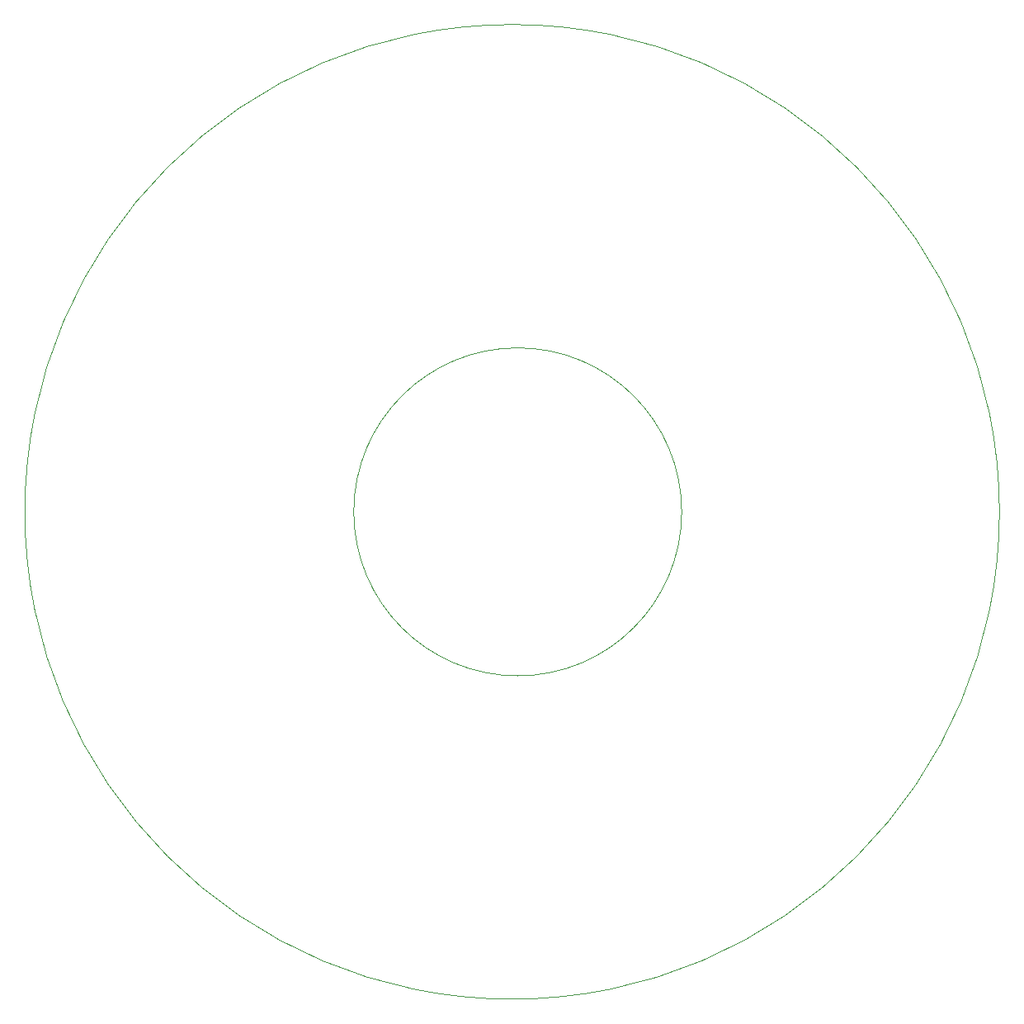
<source format=gbr>
%TF.GenerationSoftware,KiCad,Pcbnew,7.0.6*%
%TF.CreationDate,2023-07-26T18:59:44+05:30*%
%TF.ProjectId,class3_assignment,636c6173-7333-45f6-9173-7369676e6d65,rev?*%
%TF.SameCoordinates,Original*%
%TF.FileFunction,Profile,NP*%
%FSLAX46Y46*%
G04 Gerber Fmt 4.6, Leading zero omitted, Abs format (unit mm)*
G04 Created by KiCad (PCBNEW 7.0.6) date 2023-07-26 18:59:44*
%MOMM*%
%LPD*%
G01*
G04 APERTURE LIST*
%TA.AperFunction,Profile*%
%ADD10C,0.100000*%
%TD*%
G04 APERTURE END LIST*
D10*
X215900000Y-114300000D02*
G75*
G03*
X215900000Y-114300000I-16825219J0D01*
G01*
X248502440Y-114300000D02*
G75*
G03*
X248502440Y-114300000I-50000000J0D01*
G01*
M02*

</source>
